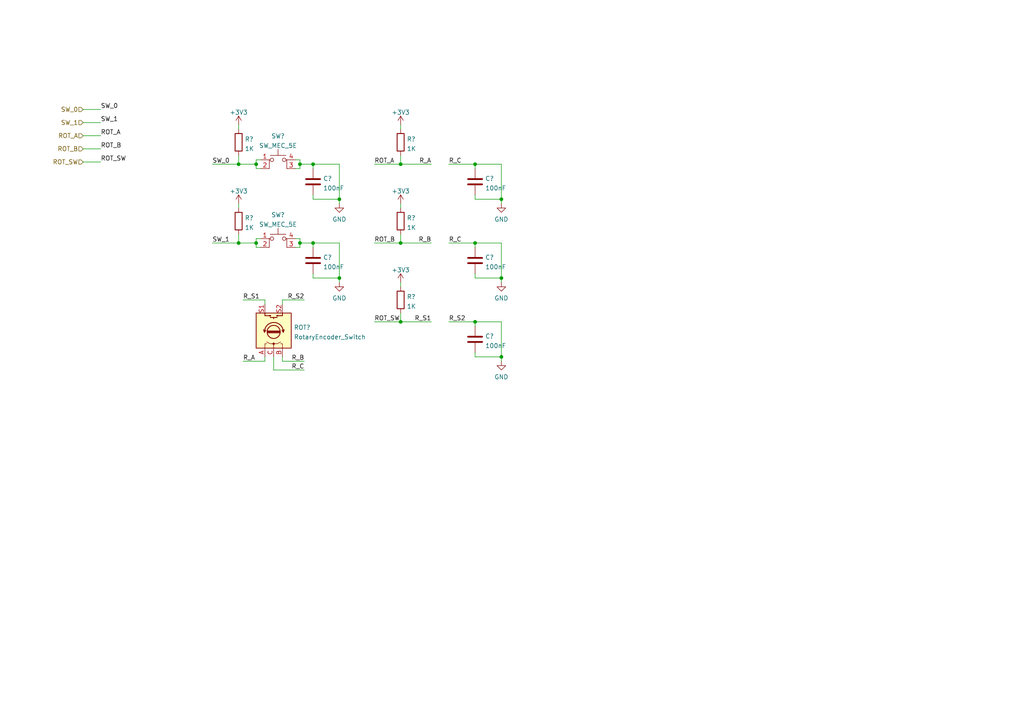
<source format=kicad_sch>
(kicad_sch (version 20211123) (generator eeschema)
  (paper "A4")
  (lib_symbols
    (symbol "C_2" (pin_numbers hide) (pin_names (offset 0.254))
      (property "Reference" "C" (at 0.635 2.54 0))
      (property "Value" "C_2" (at 0.635 -2.54 0))
      (symbol "C_2_0_1"
        (polyline (pts (xy -2.032 -0.762) (xy 2.032 -0.762)) (stroke (width 0.508)))
        (polyline (pts (xy -2.032 0.762) (xy 2.032 0.762)) (stroke (width 0.508)))
      )
      (symbol "C_2_1_1"
        (pin passive line (at 0 3.81 270) (length 2.794) (name "~") (number "1"))
        (pin passive line (at 0 -3.81 90) (length 2.794) (name "~") (number "2"))
      )
    )
    (symbol "Device:R" (pin_numbers hide) (pin_names (offset 0))
      (property "Reference" "R" (at 2.032 0 90))
      (property "Value" "R" (at 0 0 90))
      (symbol "R_0_1"
        (rectangle (start -1.016 -2.54) (end 1.016 2.54) (stroke (width 0.254)))
      )
      (symbol "R_1_1"
        (pin passive line (at 0 3.81 270) (length 1.27) (name "~") (number "1"))
        (pin passive line (at 0 -3.81 90) (length 1.27) (name "~") (number "2"))
      )
    )
    (symbol "Device:RotaryEncoder_Switch" (pin_names (offset 0.254) hide)
      (property "Reference" "SW" (at 0 6.604 0))
      (property "Value" "RotaryEncoder_Switch" (at 0 -6.604 0))
      (symbol "RotaryEncoder_Switch_0_1"
        (rectangle (start -5.08 5.08) (end 5.08 -5.08) (stroke (width 0.254)) (fill (type background)))
        (circle (center -3.81 0) (radius 0.254) (fill (type outline)))
        (arc (start -0.381 -2.794) (mid 2.3622 -0.0635) (end -0.381 2.667) (stroke (width 0.254)))
        (circle (center -0.381 0) (radius 1.905) (stroke (width 0.254)))
        (polyline (pts (xy -0.635 -1.778) (xy -0.635 1.778)) (stroke (width 0.254)))
        (polyline (pts (xy -0.381 -1.778) (xy -0.381 1.778)) (stroke (width 0.254)))
        (polyline (pts (xy -0.127 1.778) (xy -0.127 -1.778)) (stroke (width 0.254)))
        (polyline (pts (xy 3.81 0) (xy 3.429 0)) (stroke (width 0.254)))
        (polyline (pts (xy 3.81 1.016) (xy 3.81 -1.016)) (stroke (width 0.254)))
        (polyline (pts (xy -5.08 -2.54) (xy -3.81 -2.54) (xy -3.81 -2.032)))
        (polyline (pts (xy -5.08 2.54) (xy -3.81 2.54) (xy -3.81 2.032)))
        (polyline (pts (xy 0.254 -3.048) (xy -0.508 -2.794) (xy 0.127 -2.413)) (stroke (width 0.254)))
        (polyline (pts (xy 0.254 2.921) (xy -0.508 2.667) (xy 0.127 2.286)) (stroke (width 0.254)))
        (polyline (pts (xy 5.08 -2.54) (xy 4.318 -2.54) (xy 4.318 -1.016)) (stroke (width 0.254)))
        (polyline (pts (xy 5.08 2.54) (xy 4.318 2.54) (xy 4.318 1.016)) (stroke (width 0.254)))
        (polyline (pts (xy -5.08 0) (xy -3.81 0) (xy -3.81 -1.016) (xy -3.302 -2.032)))
        (polyline (pts (xy -4.318 0) (xy -3.81 0) (xy -3.81 1.016) (xy -3.302 2.032)))
        (circle (center 4.318 -1.016) (radius 0.127) (stroke (width 0.254)))
        (circle (center 4.318 1.016) (radius 0.127) (stroke (width 0.254)))
      )
      (symbol "RotaryEncoder_Switch_1_1"
        (pin passive line (at -7.62 2.54 0) (length 2.54) (name "A") (number "A"))
        (pin passive line (at -7.62 -2.54 0) (length 2.54) (name "B") (number "B"))
        (pin passive line (at -7.62 0 0) (length 2.54) (name "C") (number "C"))
        (pin passive line (at 7.62 2.54 180) (length 2.54) (name "S1") (number "S1"))
        (pin passive line (at 7.62 -2.54 180) (length 2.54) (name "S2") (number "S2"))
      )
    )
    (symbol "GND_13" (power) (pin_names (offset 0))
      (property "Value" "GND_13" (at 0 -3.81 0))
      (symbol "GND_13_0_1"
        (polyline (pts (xy 0 0) (xy 0 -1.27) (xy 1.27 -1.27) (xy 0 -2.54) (xy -1.27 -1.27) (xy 0 -1.27)))
      )
      (symbol "GND_13_1_1"
        (pin power_in line (at 0 0 270) (length 0) hide (name "GND") (number "1"))
      )
    )
    (symbol "Switch:SW_MEC_5E" (pin_names (offset 1.016) hide)
      (property "Reference" "SW" (at 0.635 5.715 0))
      (property "Value" "SW_MEC_5E" (at 0 -3.175 0))
      (symbol "SW_MEC_5E_0_1"
        (circle (center -1.778 2.54) (radius 0.508))
        (polyline (pts (xy -2.286 3.81) (xy 2.286 3.81)))
        (polyline (pts (xy 0 3.81) (xy 0 5.588)))
        (polyline (pts (xy -2.54 0) (xy -2.54 2.54) (xy -2.286 2.54)))
        (polyline (pts (xy 2.54 0) (xy 2.54 2.54) (xy 2.286 2.54)))
        (circle (center 1.778 2.54) (radius 0.508))
        (pin passive line (at -5.08 2.54 0) (length 2.54) (name "1") (number "1"))
        (pin passive line (at -5.08 0 0) (length 2.54) (name "2") (number "2"))
        (pin passive line (at 5.08 0 180) (length 2.54) (name "K") (number "3"))
        (pin passive line (at 5.08 2.54 180) (length 2.54) (name "A") (number "4"))
      )
    )
    (symbol "power:+3V3" (power) (pin_names (offset 0))
      (property "Value" "+3V3" (at 0 3.556 0))
      (symbol "+3V3_0_1"
        (polyline (pts (xy -0.762 1.27) (xy 0 2.54)))
        (polyline (pts (xy 0 0) (xy 0 2.54)))
        (polyline (pts (xy 0 2.54) (xy 0.762 1.27)))
      )
      (symbol "+3V3_1_1"
        (pin power_in line (at 0 0 90) (length 0) hide (name "+3V3") (number "1"))
      )
    )
  )
  (junction (at 90.805 70.485))
  (junction (at 137.795 93.345))
  (junction (at 69.215 47.625))
  (junction (at 74.295 70.485))
  (junction (at 116.205 70.485))
  (junction (at 116.205 93.345))
  (junction (at 98.425 57.785))
  (junction (at 86.995 70.485))
  (junction (at 69.215 70.485))
  (junction (at 74.295 47.625))
  (junction (at 90.805 47.625))
  (junction (at 86.995 47.625))
  (junction (at 137.795 70.485))
  (junction (at 98.425 80.645))
  (junction (at 145.415 80.645))
  (junction (at 137.795 47.625))
  (junction (at 145.415 57.785))
  (junction (at 116.205 47.625))
  (junction (at 145.415 103.505))
  (wire (pts (xy 24.13 31.75) (xy 29.21 31.75)))
  (wire (pts (xy 145.415 47.625) (xy 145.415 57.785)))
  (wire (pts (xy 137.795 93.345) (xy 137.795 94.615)))
  (wire (pts (xy 116.205 70.485) (xy 125.095 70.485)))
  (wire (pts (xy 137.795 56.515) (xy 137.795 57.785)))
  (wire (pts (xy 98.425 80.645) (xy 98.425 81.915)))
  (wire (pts (xy 74.295 48.895) (xy 75.565 48.895)))
  (wire (pts (xy 76.835 86.995) (xy 76.835 88.265)))
  (wire (pts (xy 108.585 70.485) (xy 116.205 70.485)))
  (wire (pts (xy 86.995 69.215) (xy 86.995 70.485)))
  (wire (pts (xy 70.485 86.995) (xy 76.835 86.995)))
  (wire (pts (xy 79.375 107.315) (xy 88.265 107.315)))
  (wire (pts (xy 108.585 93.345) (xy 116.205 93.345)))
  (wire (pts (xy 130.175 70.485) (xy 137.795 70.485)))
  (wire (pts (xy 24.13 39.37) (xy 29.21 39.37)))
  (wire (pts (xy 145.415 103.505) (xy 145.415 104.775)))
  (wire (pts (xy 137.795 79.375) (xy 137.795 80.645)))
  (wire (pts (xy 24.13 43.18) (xy 29.21 43.18)))
  (wire (pts (xy 74.295 71.755) (xy 75.565 71.755)))
  (wire (pts (xy 116.205 93.345) (xy 125.095 93.345)))
  (wire (pts (xy 61.595 47.625) (xy 69.215 47.625)))
  (wire (pts (xy 90.805 70.485) (xy 98.425 70.485)))
  (wire (pts (xy 116.205 90.805) (xy 116.205 93.345)))
  (wire (pts (xy 90.805 57.785) (xy 98.425 57.785)))
  (wire (pts (xy 116.205 36.195) (xy 116.205 37.465)))
  (wire (pts (xy 137.795 70.485) (xy 137.795 71.755)))
  (wire (pts (xy 137.795 57.785) (xy 145.415 57.785)))
  (wire (pts (xy 86.995 70.485) (xy 90.805 70.485)))
  (wire (pts (xy 85.725 69.215) (xy 86.995 69.215)))
  (wire (pts (xy 81.915 104.775) (xy 81.915 103.505)))
  (wire (pts (xy 90.805 47.625) (xy 90.805 48.895)))
  (wire (pts (xy 145.415 70.485) (xy 145.415 80.645)))
  (wire (pts (xy 116.205 59.055) (xy 116.205 60.325)))
  (wire (pts (xy 24.13 35.56) (xy 29.21 35.56)))
  (wire (pts (xy 70.485 104.775) (xy 76.835 104.775)))
  (wire (pts (xy 98.425 47.625) (xy 98.425 57.785)))
  (wire (pts (xy 86.995 47.625) (xy 86.995 48.895)))
  (wire (pts (xy 116.205 81.915) (xy 116.205 83.185)))
  (wire (pts (xy 81.915 86.995) (xy 81.915 88.265)))
  (wire (pts (xy 69.215 70.485) (xy 74.295 70.485)))
  (wire (pts (xy 116.205 47.625) (xy 125.095 47.625)))
  (wire (pts (xy 137.795 102.235) (xy 137.795 103.505)))
  (wire (pts (xy 74.295 69.215) (xy 74.295 70.485)))
  (wire (pts (xy 61.595 70.485) (xy 69.215 70.485)))
  (wire (pts (xy 90.805 47.625) (xy 98.425 47.625)))
  (wire (pts (xy 86.995 47.625) (xy 90.805 47.625)))
  (wire (pts (xy 90.805 79.375) (xy 90.805 80.645)))
  (wire (pts (xy 137.795 93.345) (xy 145.415 93.345)))
  (wire (pts (xy 145.415 80.645) (xy 145.415 81.915)))
  (wire (pts (xy 145.415 93.345) (xy 145.415 103.505)))
  (wire (pts (xy 86.995 48.895) (xy 85.725 48.895)))
  (wire (pts (xy 90.805 70.485) (xy 90.805 71.755)))
  (wire (pts (xy 98.425 57.785) (xy 98.425 59.055)))
  (wire (pts (xy 69.215 59.055) (xy 69.215 60.325)))
  (wire (pts (xy 116.205 67.945) (xy 116.205 70.485)))
  (wire (pts (xy 137.795 80.645) (xy 145.415 80.645)))
  (wire (pts (xy 85.725 46.355) (xy 86.995 46.355)))
  (wire (pts (xy 130.175 93.345) (xy 137.795 93.345)))
  (wire (pts (xy 74.295 70.485) (xy 74.295 71.755)))
  (wire (pts (xy 137.795 70.485) (xy 145.415 70.485)))
  (wire (pts (xy 74.295 47.625) (xy 74.295 48.895)))
  (wire (pts (xy 108.585 47.625) (xy 116.205 47.625)))
  (wire (pts (xy 137.795 103.505) (xy 145.415 103.505)))
  (wire (pts (xy 116.205 45.085) (xy 116.205 47.625)))
  (wire (pts (xy 137.795 47.625) (xy 145.415 47.625)))
  (wire (pts (xy 69.215 67.945) (xy 69.215 70.485)))
  (wire (pts (xy 86.995 46.355) (xy 86.995 47.625)))
  (wire (pts (xy 90.805 80.645) (xy 98.425 80.645)))
  (wire (pts (xy 75.565 46.355) (xy 74.295 46.355)))
  (wire (pts (xy 79.375 103.505) (xy 79.375 107.315)))
  (wire (pts (xy 74.295 46.355) (xy 74.295 47.625)))
  (wire (pts (xy 86.995 71.755) (xy 85.725 71.755)))
  (wire (pts (xy 69.215 47.625) (xy 74.295 47.625)))
  (wire (pts (xy 98.425 70.485) (xy 98.425 80.645)))
  (wire (pts (xy 69.215 45.085) (xy 69.215 47.625)))
  (wire (pts (xy 145.415 57.785) (xy 145.415 59.055)))
  (wire (pts (xy 76.835 103.505) (xy 76.835 104.775)))
  (wire (pts (xy 69.215 36.195) (xy 69.215 37.465)))
  (wire (pts (xy 81.915 104.775) (xy 88.265 104.775)))
  (wire (pts (xy 130.175 47.625) (xy 137.795 47.625)))
  (wire (pts (xy 88.265 86.995) (xy 81.915 86.995)))
  (wire (pts (xy 86.995 70.485) (xy 86.995 71.755)))
  (wire (pts (xy 90.805 56.515) (xy 90.805 57.785)))
  (wire (pts (xy 137.795 47.625) (xy 137.795 48.895)))
  (wire (pts (xy 75.565 69.215) (xy 74.295 69.215)))
  (wire (pts (xy 24.13 46.99) (xy 29.21 46.99)))
  (label "R_S2" (at 130.175 93.345 0))
  (label "ROT_B" (at 29.21 43.18 0))
  (label "R_C" (at 88.265 107.315 180))
  (label "ROT_A" (at 108.585 47.625 0))
  (label "SW_0" (at 29.21 31.75 0))
  (label "R_B" (at 125.095 70.485 180))
  (label "R_A" (at 70.485 104.775 0))
  (label "R_S1" (at 70.485 86.995 0))
  (label "R_B" (at 88.265 104.775 180))
  (label "SW_0" (at 61.595 47.625 0))
  (label "ROT_B" (at 108.585 70.485 0))
  (label "R_S2" (at 88.265 86.995 180))
  (label "ROT_SW" (at 29.21 46.99 0))
  (label "SW_1" (at 29.21 35.56 0))
  (label "ROT_SW" (at 108.585 93.345 0))
  (label "R_S1" (at 125.095 93.345 180))
  (label "R_C" (at 130.175 47.625 0))
  (label "R_C" (at 130.175 70.485 0))
  (label "R_A" (at 125.095 47.625 180))
  (label "ROT_A" (at 29.21 39.37 0))
  (label "SW_1" (at 61.595 70.485 0))
  (hierarchical_label "ROT_A" (shape input) (at 24.13 39.37 180))
  (hierarchical_label "SW_1" (shape input) (at 24.13 35.56 180))
  (hierarchical_label "SW_0" (shape input) (at 24.13 31.75 180))
  (hierarchical_label "ROT_B" (shape input) (at 24.13 43.18 180))
  (hierarchical_label "ROT_SW" (shape input) (at 24.13 46.99 180))
  (symbol (lib_name "GND_13") (lib_id "power:GND") (at 98.425 59.055 0) (unit 1)
    (property "Reference" "#PWR?" (effects hide))
    (property "Value" "GND" (at 98.425 63.6175 0))
  )
  (symbol (lib_name "GND_13") (lib_id "power:GND") (at 98.425 81.915 0) (unit 1)
    (property "Reference" "#PWR?" (effects hide))
    (property "Value" "GND" (at 98.425 86.4775 0))
  )
  (symbol (lib_id "power:+3V3") (at 116.205 81.915 0) (unit 1)
    (property "Reference" "#PWR?" (effects hide))
    (property "Value" "+3V3" (at 116.205 78.3105 0))
  )
  (symbol (lib_name "GND_13") (lib_id "power:GND") (at 145.415 81.915 0) (unit 1)
    (property "Reference" "#PWR?" (effects hide))
    (property "Value" "GND" (at 145.415 86.4775 0))
  )
  (symbol (lib_id "Device:R") (at 69.215 41.275 0) (unit 1)
    (property "Reference" "R?" (at 70.993 40.3665 0) (effects (justify left)))
    (property "Value" "1K" (at 70.993 43.1416 0) (effects (justify left)))
    (property "Footprint" "Resistor_SMD:R_0805_2012Metric_Pad1.20x1.40mm_HandSolder" (effects hide))
  )
  (symbol (lib_id "power:+3V3") (at 69.215 59.055 0) (unit 1)
    (property "Reference" "#PWR?" (effects hide))
    (property "Value" "+3V3" (at 69.215 55.4505 0))
  )
  (symbol (lib_name "C_2") (lib_id "Device:C") (at 137.795 98.425 0) (unit 1)
    (property "Reference" "C?" (at 140.716 97.5165 0) (effects (justify left)))
    (property "Value" "100nF" (at 140.716 100.2916 0) (effects (justify left)))
    (property "Footprint" "Capacitor_SMD:C_0805_2012Metric_Pad1.18x1.45mm_HandSolder" (effects hide))
  )
  (symbol (lib_name "C_2") (lib_id "Device:C") (at 137.795 75.565 0) (unit 1)
    (property "Reference" "C?" (at 140.716 74.6565 0) (effects (justify left)))
    (property "Value" "100nF" (at 140.716 77.4316 0) (effects (justify left)))
    (property "Footprint" "Capacitor_SMD:C_0805_2012Metric_Pad1.18x1.45mm_HandSolder" (effects hide))
  )
  (symbol (lib_id "power:+3V3") (at 116.205 59.055 0) (unit 1)
    (property "Reference" "#PWR?" (effects hide))
    (property "Value" "+3V3" (at 116.205 55.4505 0))
  )
  (symbol (lib_name "GND_13") (lib_id "power:GND") (at 145.415 59.055 0) (unit 1)
    (property "Reference" "#PWR?" (effects hide))
    (property "Value" "GND" (at 145.415 63.6175 0))
  )
  (symbol (lib_id "Device:R") (at 116.205 86.995 0) (unit 1)
    (property "Reference" "R?" (at 117.983 86.0865 0) (effects (justify left)))
    (property "Value" "1K" (at 117.983 88.8616 0) (effects (justify left)))
    (property "Footprint" "Resistor_SMD:R_0805_2012Metric_Pad1.20x1.40mm_HandSolder" (effects hide))
  )
  (symbol (lib_id "power:+3V3") (at 69.215 36.195 0) (unit 1)
    (property "Reference" "#PWR?" (effects hide))
    (property "Value" "+3V3" (at 69.215 32.5905 0))
  )
  (symbol (lib_id "Switch:SW_MEC_5E") (at 80.645 71.755 0) (unit 1)
    (property "Reference" "SW?" (at 80.645 62.3275 0))
    (property "Value" "SW_MEC_5E" (at 80.645 65.1026 0))
    (property "Datasheet" "http://www.apem.com/int/index.php?controller=attachment&id_attachment=1371" (effects hide))
  )
  (symbol (lib_id "Device:R") (at 69.215 64.135 0) (unit 1)
    (property "Reference" "R?" (at 70.993 63.2265 0) (effects (justify left)))
    (property "Value" "1K" (at 70.993 66.0016 0) (effects (justify left)))
    (property "Footprint" "Resistor_SMD:R_0805_2012Metric_Pad1.20x1.40mm_HandSolder" (effects hide))
  )
  (symbol (lib_id "Device:R") (at 116.205 64.135 0) (unit 1)
    (property "Reference" "R?" (at 117.983 63.2265 0) (effects (justify left)))
    (property "Value" "1K" (at 117.983 66.0016 0) (effects (justify left)))
    (property "Footprint" "Resistor_SMD:R_0805_2012Metric_Pad1.20x1.40mm_HandSolder" (effects hide))
  )
  (symbol (lib_name "C_2") (lib_id "Device:C") (at 90.805 75.565 0) (unit 1)
    (property "Reference" "C?" (at 93.726 74.6565 0) (effects (justify left)))
    (property "Value" "100nF" (at 93.726 77.4316 0) (effects (justify left)))
    (property "Footprint" "Capacitor_SMD:C_0805_2012Metric_Pad1.18x1.45mm_HandSolder" (effects hide))
  )
  (symbol (lib_name "C_2") (lib_id "Device:C") (at 137.795 52.705 0) (unit 1)
    (property "Reference" "C?" (at 140.716 51.7965 0) (effects (justify left)))
    (property "Value" "100nF" (at 140.716 54.5716 0) (effects (justify left)))
    (property "Footprint" "Capacitor_SMD:C_0805_2012Metric_Pad1.18x1.45mm_HandSolder" (effects hide))
  )
  (symbol (lib_id "Device:RotaryEncoder_Switch") (at 79.375 95.885 90) (unit 1)
    (property "Reference" "ROT?" (at 85.217 94.9765 90) (effects (justify right)))
    (property "Value" "RotaryEncoder_Switch" (at 85.217 97.7516 90) (effects (justify right)))
  )
  (symbol (lib_name "C_2") (lib_id "Device:C") (at 90.805 52.705 0) (unit 1)
    (property "Reference" "C?" (at 93.726 51.7965 0) (effects (justify left)))
    (property "Value" "100nF" (at 93.726 54.5716 0) (effects (justify left)))
    (property "Footprint" "Capacitor_SMD:C_0805_2012Metric_Pad1.18x1.45mm_HandSolder" (effects hide))
  )
  (symbol (lib_id "Switch:SW_MEC_5E") (at 80.645 48.895 0) (unit 1)
    (property "Reference" "SW?" (at 80.645 39.4675 0))
    (property "Value" "SW_MEC_5E" (at 80.645 42.2426 0))
    (property "Datasheet" "http://www.apem.com/int/index.php?controller=attachment&id_attachment=1371" (effects hide))
  )
  (symbol (lib_name "GND_13") (lib_id "power:GND") (at 145.415 104.775 0) (unit 1)
    (property "Reference" "#PWR?" (effects hide))
    (property "Value" "GND" (at 145.415 109.3375 0))
  )
  (symbol (lib_id "power:+3V3") (at 116.205 36.195 0) (unit 1)
    (property "Reference" "#PWR?" (effects hide))
    (property "Value" "+3V3" (at 116.205 32.5905 0))
  )
  (symbol (lib_id "Device:R") (at 116.205 41.275 0) (unit 1)
    (property "Reference" "R?" (at 117.983 40.3665 0) (effects (justify left)))
    (property "Value" "1K" (at 117.983 43.1416 0) (effects (justify left)))
    (property "Footprint" "Resistor_SMD:R_0805_2012Metric_Pad1.20x1.40mm_HandSolder" (effects hide))
  )
)
</source>
